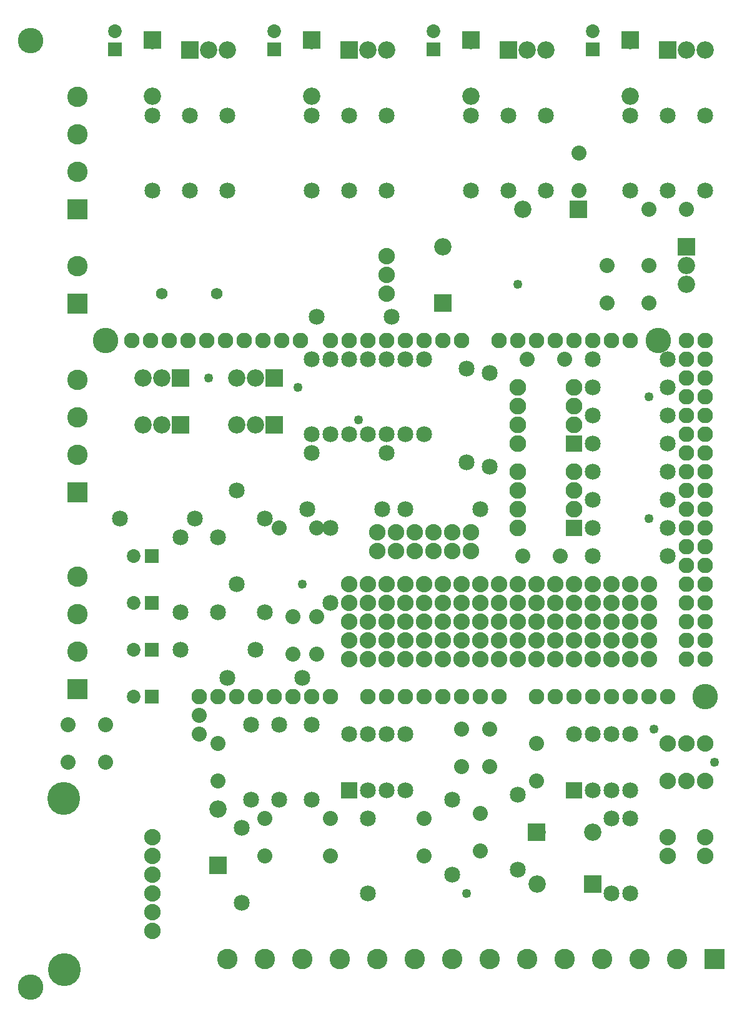
<source format=gbs>
G04 MADE WITH FRITZING*
G04 WWW.FRITZING.ORG*
G04 DOUBLE SIDED*
G04 HOLES PLATED*
G04 CONTOUR ON CENTER OF CONTOUR VECTOR*
%ASAXBY*%
%FSLAX23Y23*%
%MOIN*%
%OFA0B0*%
%SFA1.0B1.0*%
%ADD10C,0.085000*%
%ADD11C,0.049370*%
%ADD12C,0.092000*%
%ADD13C,0.088000*%
%ADD14C,0.135984*%
%ADD15C,0.080000*%
%ADD16C,0.082917*%
%ADD17C,0.175354*%
%ADD18C,0.061496*%
%ADD19C,0.089370*%
%ADD20C,0.072992*%
%ADD21C,0.109055*%
%ADD22R,0.092000X0.092000*%
%ADD23R,0.085000X0.085000*%
%ADD24R,0.089370X0.089370*%
%ADD25R,0.072992X0.072992*%
%ADD26R,0.109055X0.109055*%
%LNMASK0*%
G90*
G70*
G54D10*
X1718Y3766D03*
X2118Y3766D03*
G54D11*
X1943Y3216D03*
X1143Y3441D03*
X1618Y3391D03*
X2518Y691D03*
X1643Y2341D03*
G54D12*
X3193Y741D03*
X2895Y741D03*
X2895Y1016D03*
X3193Y1016D03*
G54D10*
X1893Y1241D03*
X1893Y1541D03*
X1993Y1241D03*
X1993Y1541D03*
X2093Y1241D03*
X2093Y1541D03*
X2193Y1241D03*
X2193Y1541D03*
G54D13*
X2693Y2341D03*
X3093Y2341D03*
X2193Y2341D03*
X3393Y2341D03*
X2793Y2341D03*
X3193Y2341D03*
X2993Y2341D03*
X2493Y2341D03*
X1993Y2341D03*
X2293Y2341D03*
X3493Y2341D03*
X2593Y2341D03*
X3293Y2341D03*
X2393Y2341D03*
X2893Y2341D03*
X2093Y2341D03*
X2693Y2241D03*
X3093Y2241D03*
X2193Y2241D03*
X3393Y2241D03*
X2793Y2241D03*
X3193Y2241D03*
X2993Y2241D03*
X2493Y2241D03*
X1993Y2241D03*
X2293Y2241D03*
X3493Y2241D03*
X2593Y2241D03*
X3293Y2241D03*
X2393Y2241D03*
X2893Y2241D03*
X2093Y2241D03*
X2693Y2141D03*
X3093Y2141D03*
X2193Y2141D03*
X3393Y2141D03*
X2793Y2141D03*
X3193Y2141D03*
X2993Y2141D03*
X2493Y2141D03*
X1993Y2141D03*
X2293Y2141D03*
X3493Y2141D03*
X2593Y2141D03*
X3293Y2141D03*
X2393Y2141D03*
X2893Y2141D03*
X2093Y2141D03*
X1993Y2041D03*
X3193Y2041D03*
X2493Y2041D03*
X2793Y2041D03*
X3393Y2041D03*
X3293Y2041D03*
X2393Y2041D03*
X2193Y2041D03*
X2993Y2041D03*
X2693Y2041D03*
X2293Y2041D03*
X2093Y2041D03*
X3093Y2041D03*
X2893Y2041D03*
X2593Y2041D03*
X3493Y2041D03*
X1993Y1941D03*
X2093Y1941D03*
X2193Y1941D03*
X2293Y1941D03*
X2393Y1941D03*
X2493Y1941D03*
X2593Y1941D03*
X2693Y1941D03*
X2793Y1941D03*
X2893Y1941D03*
X2993Y1941D03*
X3093Y1941D03*
X3193Y1941D03*
X3293Y1941D03*
X3393Y1941D03*
X3493Y1941D03*
X1893Y1941D03*
X1893Y2041D03*
X1893Y2141D03*
X1893Y2241D03*
X1893Y2341D03*
X2543Y2616D03*
X2443Y2616D03*
X2343Y2616D03*
X2243Y2616D03*
X2143Y2616D03*
X2043Y2616D03*
X2543Y2616D03*
X2443Y2616D03*
X2343Y2616D03*
X2243Y2616D03*
X2143Y2616D03*
X2043Y2616D03*
X2043Y2516D03*
X2143Y2516D03*
X2243Y2516D03*
X2343Y2516D03*
X2443Y2516D03*
X2543Y2516D03*
G54D11*
X3493Y3341D03*
X3843Y1391D03*
X3518Y1566D03*
X3493Y2691D03*
X2793Y3941D03*
G54D14*
X3792Y1741D03*
X3542Y3641D03*
X592Y3641D03*
G54D12*
X992Y3441D03*
X892Y3441D03*
X792Y3441D03*
X1492Y3441D03*
X1392Y3441D03*
X1292Y3441D03*
X1492Y3191D03*
X1392Y3191D03*
X1292Y3191D03*
X992Y3191D03*
X892Y3191D03*
X792Y3191D03*
G54D15*
X1092Y1641D03*
X1092Y1541D03*
G54D10*
X1318Y641D03*
X1318Y1041D03*
G54D16*
X2992Y1741D03*
X1392Y1741D03*
X3092Y1741D03*
X3192Y1741D03*
X3292Y1741D03*
X3392Y1741D03*
X3692Y3141D03*
X3492Y1741D03*
X3592Y1741D03*
X1432Y3641D03*
X1992Y1741D03*
X2092Y1741D03*
X2192Y1741D03*
X2292Y1741D03*
X3692Y2341D03*
X2392Y1741D03*
X2492Y1741D03*
X2592Y1741D03*
X2692Y1741D03*
X2192Y3641D03*
X3692Y3541D03*
X3692Y2741D03*
X3692Y1941D03*
X1032Y3641D03*
X1792Y1741D03*
X1792Y3641D03*
X3692Y3341D03*
X3692Y2941D03*
X3692Y2541D03*
X3392Y3641D03*
X3692Y2141D03*
X3292Y3641D03*
X3192Y3641D03*
X3092Y3641D03*
X2992Y3641D03*
X2892Y3641D03*
X2792Y3641D03*
X2692Y3641D03*
X832Y3641D03*
X1232Y3641D03*
X1632Y3641D03*
X1192Y1741D03*
X1592Y1741D03*
X2392Y3641D03*
X1992Y3641D03*
X3692Y3641D03*
X3692Y3441D03*
X3692Y3241D03*
X3692Y3041D03*
X3692Y2841D03*
X3692Y2641D03*
X3692Y2441D03*
X3692Y2241D03*
X3692Y2041D03*
X732Y3641D03*
X932Y3641D03*
X1132Y3641D03*
X1332Y3641D03*
X1532Y3641D03*
X1092Y1741D03*
X1292Y1741D03*
X1492Y1741D03*
X1692Y1741D03*
X2492Y3641D03*
X2292Y3641D03*
X2092Y3641D03*
X1892Y3641D03*
X3792Y3641D03*
X3792Y3541D03*
X3792Y3441D03*
X3792Y3341D03*
X3792Y3241D03*
X3792Y3141D03*
X3792Y3041D03*
X3792Y2941D03*
X3792Y2841D03*
X3792Y2741D03*
X3792Y2641D03*
X3792Y2541D03*
X3792Y2441D03*
X3792Y2341D03*
X3792Y2241D03*
X3792Y2141D03*
X3792Y2041D03*
X3792Y1941D03*
X2892Y1741D03*
G54D12*
X2393Y3841D03*
X2393Y4139D03*
G54D10*
X1243Y1841D03*
X1643Y1841D03*
G54D17*
X372Y284D03*
X370Y1195D03*
G54D14*
X192Y191D03*
X192Y5241D03*
G54D13*
X842Y991D03*
X842Y891D03*
X842Y791D03*
X842Y691D03*
X842Y591D03*
X842Y491D03*
G54D10*
X3092Y1241D03*
X3092Y1541D03*
X3192Y1241D03*
X3192Y1541D03*
X3292Y1241D03*
X3292Y1541D03*
X3392Y1241D03*
X3392Y1541D03*
G54D13*
X3592Y1291D03*
X3692Y1291D03*
X3792Y1291D03*
X3792Y1491D03*
X3692Y1491D03*
X3592Y1491D03*
X2093Y3891D03*
X2093Y3991D03*
X2093Y4091D03*
G54D10*
X3292Y1091D03*
X3292Y691D03*
X3392Y1091D03*
X3392Y691D03*
G54D13*
X3592Y991D03*
X3592Y891D03*
X3792Y991D03*
X3792Y891D03*
G54D10*
X3592Y2491D03*
X3192Y2491D03*
X2292Y3541D03*
X2292Y3141D03*
X1792Y3541D03*
X1792Y3141D03*
X3592Y3091D03*
X3192Y3091D03*
X3592Y2941D03*
X3192Y2941D03*
X2092Y3541D03*
X2092Y3141D03*
X2092Y3041D03*
X1692Y3041D03*
X3592Y3541D03*
X3192Y3541D03*
G54D12*
X3692Y4141D03*
X3692Y4041D03*
X3692Y3941D03*
G54D15*
X3693Y4341D03*
X3493Y4341D03*
X3492Y4041D03*
X3492Y3841D03*
X3118Y4641D03*
X3118Y4441D03*
X3268Y4041D03*
X3268Y3841D03*
G54D12*
X3116Y4341D03*
X2818Y4341D03*
G54D18*
X892Y3891D03*
X1187Y3891D03*
G54D19*
X3093Y2641D03*
X2793Y2641D03*
X3093Y2741D03*
X2793Y2741D03*
X3093Y2841D03*
X2793Y2841D03*
X3093Y2941D03*
X2793Y2941D03*
X3092Y3091D03*
X2792Y3091D03*
X3092Y3191D03*
X2792Y3191D03*
X3092Y3291D03*
X2792Y3291D03*
X3092Y3391D03*
X2792Y3391D03*
G54D10*
X3592Y2641D03*
X3192Y2641D03*
X2192Y3541D03*
X2192Y3141D03*
X1892Y3541D03*
X1892Y3141D03*
X3592Y3241D03*
X3192Y3241D03*
X3592Y2791D03*
X3192Y2791D03*
X1993Y3541D03*
X1993Y3141D03*
X1692Y3541D03*
X1692Y3141D03*
X3592Y3391D03*
X3192Y3391D03*
G54D15*
X3018Y2491D03*
X2818Y2491D03*
X3042Y3541D03*
X2842Y3541D03*
G54D10*
X1443Y2191D03*
X1443Y2691D03*
X2518Y2991D03*
X2518Y3491D03*
X1293Y2841D03*
X1293Y2341D03*
X2643Y3466D03*
X2643Y2966D03*
X1193Y2191D03*
X1193Y2591D03*
X668Y2691D03*
X1068Y2691D03*
X993Y1991D03*
X1393Y1991D03*
X993Y2191D03*
X993Y2591D03*
G54D20*
X841Y1991D03*
X742Y1991D03*
X841Y2491D03*
X742Y2491D03*
X841Y1741D03*
X742Y1741D03*
X841Y2241D03*
X742Y2241D03*
G54D10*
X2068Y2741D03*
X1668Y2741D03*
X1693Y1591D03*
X1693Y1191D03*
X1518Y1591D03*
X1518Y1191D03*
G54D15*
X2493Y1366D03*
X2493Y1566D03*
X1792Y1091D03*
X1792Y891D03*
X1192Y1291D03*
X1192Y1491D03*
X1442Y1091D03*
X1442Y891D03*
G54D10*
X1992Y691D03*
X1992Y1091D03*
X1368Y1191D03*
X1368Y1591D03*
G54D12*
X1193Y841D03*
X1193Y1139D03*
G54D21*
X443Y2830D03*
X443Y3030D03*
X443Y3230D03*
X443Y3430D03*
X3843Y341D03*
X3643Y341D03*
X3443Y341D03*
X3243Y341D03*
X3043Y341D03*
X2843Y341D03*
X2643Y341D03*
X2443Y341D03*
X2243Y341D03*
X2043Y341D03*
X1843Y341D03*
X1643Y341D03*
X1443Y341D03*
X1243Y341D03*
G54D15*
X2892Y1291D03*
X2892Y1491D03*
X1593Y1966D03*
X1593Y2166D03*
X2643Y1366D03*
X2643Y1566D03*
X392Y1591D03*
X392Y1391D03*
X593Y1591D03*
X593Y1391D03*
X2593Y1116D03*
X2593Y916D03*
X2292Y1091D03*
X2292Y891D03*
G54D10*
X2793Y816D03*
X2793Y1216D03*
X2443Y791D03*
X2443Y1191D03*
X2593Y2741D03*
X2193Y2741D03*
G54D15*
X1518Y2641D03*
X1718Y2641D03*
X1718Y1966D03*
X1718Y2166D03*
G54D10*
X1793Y2641D03*
X1793Y2241D03*
X842Y4441D03*
X842Y4841D03*
X2542Y4441D03*
X2542Y4841D03*
X1692Y4441D03*
X1692Y4841D03*
X3392Y4441D03*
X3392Y4841D03*
G54D20*
X642Y5193D03*
X642Y5291D03*
X2342Y5193D03*
X2342Y5291D03*
X1492Y5193D03*
X1492Y5291D03*
X3192Y5193D03*
X3192Y5291D03*
G54D12*
X842Y5241D03*
X842Y4943D03*
X2542Y5241D03*
X2542Y4943D03*
X1692Y5241D03*
X1692Y4943D03*
X3392Y5241D03*
X3392Y4943D03*
X1042Y5191D03*
X1142Y5191D03*
X1242Y5191D03*
X2742Y5191D03*
X2842Y5191D03*
X2942Y5191D03*
X1892Y5191D03*
X1992Y5191D03*
X2092Y5191D03*
X3592Y5191D03*
X3692Y5191D03*
X3792Y5191D03*
G54D10*
X1042Y4441D03*
X1042Y4841D03*
X2742Y4441D03*
X2742Y4841D03*
X1892Y4441D03*
X1892Y4841D03*
X3592Y4441D03*
X3592Y4841D03*
X1242Y4441D03*
X1242Y4841D03*
X2942Y4441D03*
X2942Y4841D03*
X2092Y4441D03*
X2092Y4841D03*
X3792Y4441D03*
X3792Y4841D03*
G54D21*
X442Y3837D03*
X442Y4037D03*
X442Y1780D03*
X442Y1980D03*
X442Y2180D03*
X442Y2380D03*
X442Y4340D03*
X442Y4540D03*
X442Y4740D03*
X442Y4940D03*
G54D22*
X3194Y741D03*
X2894Y1016D03*
G54D23*
X1893Y1241D03*
G54D22*
X992Y3441D03*
X1492Y3441D03*
X1492Y3191D03*
X992Y3191D03*
X2393Y3840D03*
G54D23*
X3092Y1241D03*
G54D22*
X3692Y4141D03*
X3117Y4341D03*
G54D24*
X3093Y2641D03*
X3092Y3091D03*
G54D25*
X841Y1991D03*
X841Y2491D03*
X841Y1741D03*
X841Y2241D03*
G54D22*
X1193Y840D03*
G54D26*
X443Y2830D03*
X3843Y341D03*
G54D25*
X642Y5193D03*
X2342Y5193D03*
X1492Y5193D03*
X3192Y5193D03*
G54D22*
X842Y5242D03*
X2542Y5242D03*
X1692Y5242D03*
X3392Y5242D03*
X1042Y5191D03*
X2742Y5191D03*
X1892Y5191D03*
X3592Y5191D03*
G54D26*
X442Y3837D03*
X442Y1780D03*
X442Y4340D03*
G04 End of Mask0*
M02*
</source>
